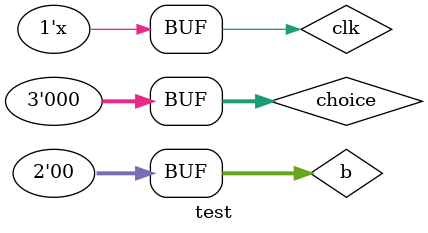
<source format=v>
`timescale 1ns / 1ps


module test;

	// Inputs
	reg clk;
	reg [2:0] choice;
	reg [1:0] b;

	// Outputs
	wire hsync;
	wire vsync;
	wire [2:0] red;
	wire [2:0] green;
	wire [1:0] blue;
	wire [9:0] hc;
	wire [9:0] vc;
	wire blank;

	// Instantiate the Unit Under Test (UUT)
	vga_syncIndex uut (
		.clk(clk), 
		.hsync(hsync), 
		.vsync(vsync), 
		.red(red), 
		.green(green), 
		.blue(blue), 
		.hc(hc), 
		.vc(vc), 
		.blank(blank), 
		.choice(choice), 
		.b(b)
	);

	initial begin
		// Initialize Inputs
		clk = 0;
		choice = 0; // Change choice value from 0-7 for different effects.
		b = 0; // Level of brightness

		// Wait 100 ns for global reset to finish
		#100;
        
		// Add stimulus here

	end
	
	always #0.01 clk = ~clk;
      
endmodule


</source>
